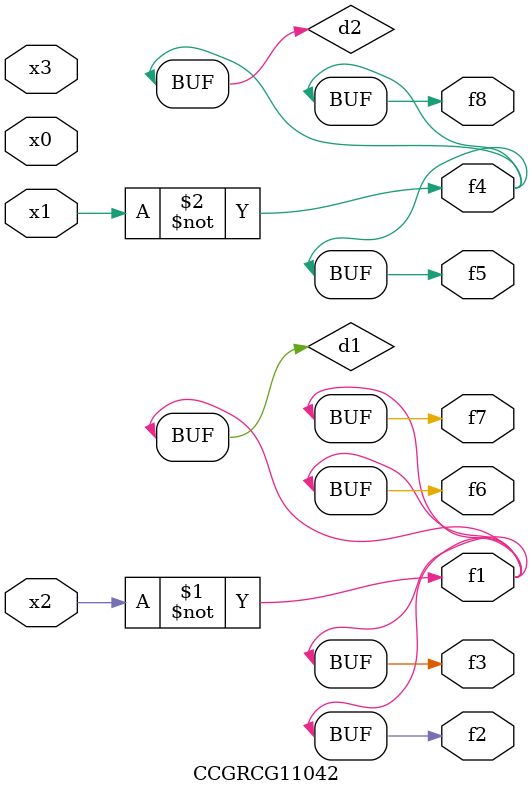
<source format=v>
module CCGRCG11042(
	input x0, x1, x2, x3,
	output f1, f2, f3, f4, f5, f6, f7, f8
);

	wire d1, d2;

	xnor (d1, x2);
	not (d2, x1);
	assign f1 = d1;
	assign f2 = d1;
	assign f3 = d1;
	assign f4 = d2;
	assign f5 = d2;
	assign f6 = d1;
	assign f7 = d1;
	assign f8 = d2;
endmodule

</source>
